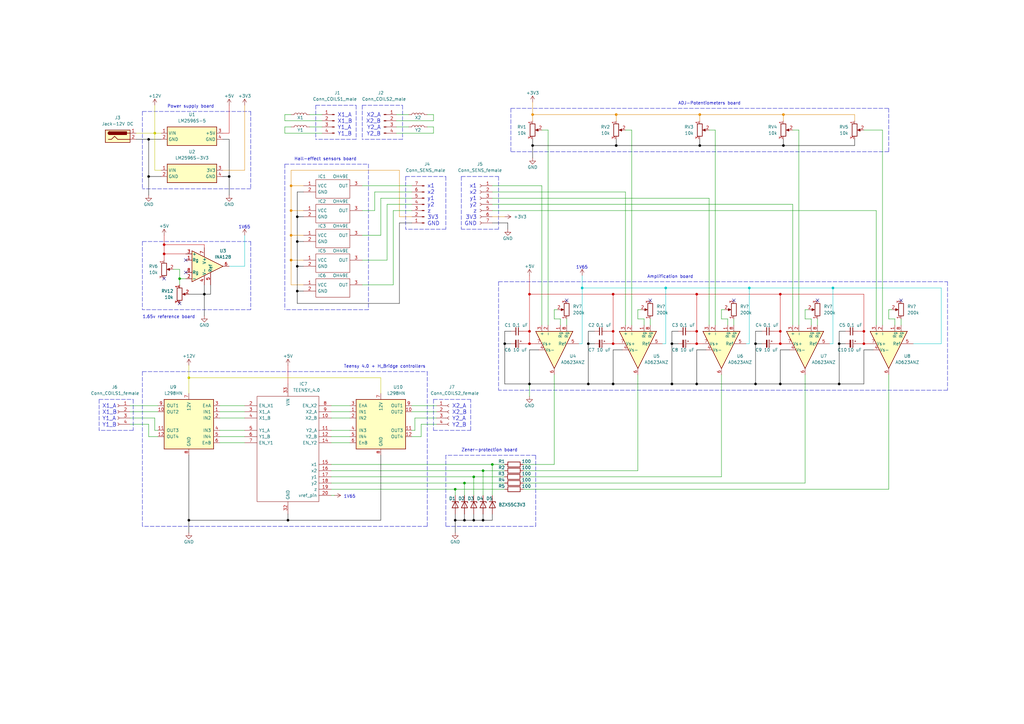
<source format=kicad_sch>
(kicad_sch (version 20211123) (generator eeschema)
  (paper "A3")
  (lib_symbols
    (symbol "Amplifier_Instrumentation:AD623ANZ" (pin_names (offset 0.127))
      (property "Reference" "U?" (at 7.62 -3.81 90))
      (property "Value" "AD623ANZ" (at 17.78 -7.62 90))
      (symbol "AD623ANZ_1_1"
        (pin passive line (at -7.62 2.54 0) (length 2.54) (name "Rg") (number "1"))
        (pin input line (at -7.62 -2.54 0) (length 2.54) (name "-") (number "2"))
        (pin input line (at -7.62 -5.08 0) (length 2.54) (name "+") (number "3"))
        (pin power_in line (at 2.54 -6.35 90) (length 2.54) (name "Vs-") (number "4"))
        (pin passive line (at 0 10.16 270) (length 5.08) (name "Ref") (number "5"))
        (pin output line (at 12.7 0 180) (length 2.54) (name "~") (number "6"))
        (pin power_in line (at 0 -7.62 90) (length 2.54) (name "Vs+") (number "7"))
        (pin passive line (at -7.62 5.08 0) (length 2.54) (name "Rg") (number "8"))
      )
    )
    (symbol "Amplifier_Instrumentation:INA128" (pin_names (offset 0.127))
      (property "Reference" "U" (at 3.81 3.175 0))
      (property "Value" "INA128" (at 3.81 -3.175 0))
      (symbol "INA128_1_1"
        (pin passive line (at -7.62 2.54 0) (length 2.54) (name "Rg") (number "1"))
        (pin input line (at -7.62 -5.08 0) (length 2.54) (name "-") (number "2"))
        (pin input line (at -7.62 5.08 0) (length 2.54) (name "+") (number "3"))
        (pin power_in line (at 0 -7.62 90) (length 3.81) (name "V-") (number "4"))
        (pin input line (at 2.54 -7.62 90) (length 5.08) (name "Ref") (number "5"))
        (pin output line (at 10.16 0 180) (length 2.54) (name "~") (number "6"))
        (pin power_in line (at 0 7.62 270) (length 3.81) (name "V+") (number "7"))
        (pin passive line (at -7.62 -2.54 0) (length 2.54) (name "Rg") (number "8"))
      )
    )
    (symbol "Connector:Conn_01x04_Female" (pin_names (offset 1.016) hide)
      (property "Reference" "J" (at 0 5.08 0))
      (property "Value" "Conn_01x04_Female" (at 0 -7.62 0))
      (symbol "Conn_01x04_Female_1_1"
        (pin passive line (at -5.08 2.54 0) (length 3.81) (name "Pin_1") (number "1"))
        (pin passive line (at -5.08 0 0) (length 3.81) (name "Pin_2") (number "2"))
        (pin passive line (at -5.08 -2.54 0) (length 3.81) (name "Pin_3") (number "3"))
        (pin passive line (at -5.08 -5.08 0) (length 3.81) (name "Pin_4") (number "4"))
      )
    )
    (symbol "Connector:Conn_01x04_Male" (pin_names (offset 1.016) hide)
      (property "Reference" "J" (at 0 5.08 0))
      (property "Value" "Conn_01x04_Male" (at 0 -7.62 0))
      (symbol "Conn_01x04_Male_1_1"
        (pin passive line (at 5.08 2.54 180) (length 3.81) (name "Pin_1") (number "1"))
        (pin passive line (at 5.08 0 180) (length 3.81) (name "Pin_2") (number "2"))
        (pin passive line (at 5.08 -2.54 180) (length 3.81) (name "Pin_3") (number "3"))
        (pin passive line (at 5.08 -5.08 180) (length 3.81) (name "Pin_4") (number "4"))
      )
    )
    (symbol "Connector:Conn_01x07_Female" (pin_names (offset 1.016) hide)
      (property "Reference" "J" (at 0 10.16 0))
      (property "Value" "Conn_01x07_Female" (at 0 -10.16 0))
      (symbol "Conn_01x07_Female_1_1"
        (pin passive line (at -5.08 7.62 0) (length 3.81) (name "Pin_1") (number "1"))
        (pin passive line (at -5.08 5.08 0) (length 3.81) (name "Pin_2") (number "2"))
        (pin passive line (at -5.08 2.54 0) (length 3.81) (name "Pin_3") (number "3"))
        (pin passive line (at -5.08 0 0) (length 3.81) (name "Pin_4") (number "4"))
        (pin passive line (at -5.08 -2.54 0) (length 3.81) (name "Pin_5") (number "5"))
        (pin passive line (at -5.08 -5.08 0) (length 3.81) (name "Pin_6") (number "6"))
        (pin passive line (at -5.08 -7.62 0) (length 3.81) (name "Pin_7") (number "7"))
      )
    )
    (symbol "Connector:Conn_01x07_Male" (pin_names (offset 1.016) hide)
      (property "Reference" "J" (at 0 10.16 0))
      (property "Value" "Conn_01x07_Male" (at 0 -10.16 0))
      (symbol "Conn_01x07_Male_1_1"
        (pin passive line (at 5.08 7.62 180) (length 3.81) (name "Pin_1") (number "1"))
        (pin passive line (at 5.08 5.08 180) (length 3.81) (name "Pin_2") (number "2"))
        (pin passive line (at 5.08 2.54 180) (length 3.81) (name "Pin_3") (number "3"))
        (pin passive line (at 5.08 0 180) (length 3.81) (name "Pin_4") (number "4"))
        (pin passive line (at 5.08 -2.54 180) (length 3.81) (name "Pin_5") (number "5"))
        (pin passive line (at 5.08 -5.08 180) (length 3.81) (name "Pin_6") (number "6"))
        (pin passive line (at 5.08 -7.62 180) (length 3.81) (name "Pin_7") (number "7"))
      )
    )
    (symbol "Connector:Jack-DC" (pin_names (offset 1.016))
      (property "Reference" "J?" (at 0 8.89 0))
      (property "Value" "Jack-12V DC" (at 0 6.35 0))
      (symbol "Jack-DC_1_1"
        (pin passive line (at 7.62 2.54 180) (length 2.54) (name "~") (number "1"))
        (pin passive line (at 7.62 0 180) (length 2.54) (name "~") (number "2"))
      )
    )
    (symbol "Device:C_Polarized_Small" (pin_numbers hide) (pin_names (offset 0.254) hide)
      (property "Reference" "C" (at 0.254 1.778 0))
      (property "Value" "C_Polarized_Small" (at 0.254 -2.032 0))
      (symbol "C_Polarized_Small_1_1"
        (pin passive line (at 0 2.54 270) (length 1.8542) (name "~") (number "1"))
        (pin passive line (at 0 -2.54 90) (length 1.8542) (name "~") (number "2"))
      )
    )
    (symbol "Device:C_Small" (pin_numbers hide) (pin_names (offset 0.254) hide)
      (property "Reference" "C" (at 0.254 1.778 0))
      (property "Value" "C_Small" (at 0.254 -2.032 0))
      (symbol "C_Small_1_1"
        (pin passive line (at 0 2.54 270) (length 2.032) (name "~") (number "1"))
        (pin passive line (at 0 -2.54 90) (length 2.032) (name "~") (number "2"))
      )
    )
    (symbol "Device:D_Zener" (pin_numbers hide) (pin_names (offset 1.016) hide)
      (property "Reference" "D" (at 0 2.54 0))
      (property "Value" "D_Zener" (at 0 -2.54 0))
      (symbol "D_Zener_1_1"
        (pin passive line (at -3.81 0 0) (length 2.54) (name "K") (number "1"))
        (pin passive line (at 3.81 0 180) (length 2.54) (name "A") (number "2"))
      )
    )
    (symbol "Device:L" (pin_numbers hide) (pin_names (offset 1.016) hide)
      (property "Reference" "L" (at -1.27 0 90))
      (property "Value" "L" (at 1.905 0 90))
      (symbol "L_1_1"
        (pin passive line (at 0 3.81 270) (length 1.27) (name "1") (number "1"))
        (pin passive line (at 0 -3.81 90) (length 1.27) (name "2") (number "2"))
      )
    )
    (symbol "Device:R" (pin_numbers hide) (pin_names (offset 0))
      (property "Reference" "R" (at 2.032 0 90))
      (property "Value" "R" (at 0 0 90))
      (symbol "R_1_1"
        (pin passive line (at 0 3.81 270) (length 1.27) (name "~") (number "1"))
        (pin passive line (at 0 -3.81 90) (length 1.27) (name "~") (number "2"))
      )
    )
    (symbol "Device:R_Potentiometer" (pin_names (offset 1.016) hide)
      (property "Reference" "RV" (at -4.445 0 90))
      (property "Value" "R_Potentiometer" (at -2.54 0 90))
      (symbol "R_Potentiometer_1_1"
        (pin passive line (at 0 3.81 270) (length 1.27) (name "1") (number "1"))
        (pin passive line (at 3.81 0 180) (length 1.27) (name "2") (number "2"))
        (pin passive line (at 0 -3.81 90) (length 1.27) (name "3") (number "3"))
      )
    )
    (symbol "Driver_Motor:L298HN" (pin_names (offset 1.016))
      (property "Reference" "U?" (at 2.54 20.32 0))
      (property "Value" "L298HN" (at 0 17.78 0))
      (symbol "L298HN_1_1"
        (pin input line (at -15.24 10.16 0) (length 2.54) (name "IN1") (number "1"))
        (pin output line (at 10.16 10.16 180) (length 2.54) (name "OUT2") (number "10"))
        (pin output line (at 10.16 2.54 180) (length 2.54) (name "OUT3") (number "11"))
        (pin output line (at 10.16 0 180) (length 2.54) (name "OUT4") (number "12"))
        (pin input line (at -15.24 7.62 0) (length 2.54) (name "IN2") (number "2"))
        (pin input line (at -15.24 12.7 0) (length 2.54) (name "EnA") (number "3"))
        (pin input line (at -15.24 2.54 0) (length 2.54) (name "IN3") (number "4"))
        (pin input line (at -15.24 0 0) (length 2.54) (name "IN4") (number "5"))
        (pin input line (at -15.24 -2.54 0) (length 2.54) (name "EnB") (number "6"))
        (pin power_in line (at -2.54 17.78 270) (length 2.54) (name "12V") (number "7"))
        (pin power_in line (at -2.54 -7.62 90) (length 2.54) (name "GND") (number "8"))
        (pin output line (at 10.16 12.7 180) (length 2.54) (name "OUT1") (number "9"))
      )
    )
    (symbol "LM2596S-5_1"
      (property "Reference" "U?" (at 0 10.16 0))
      (property "Value" "LM2596S-3V3" (at 0 7.62 0))
      (symbol "LM2596S-5_1_1_1"
        (pin power_in line (at -12.7 2.54 0) (length 2.54) (name "VIN") (number "1"))
        (pin power_in line (at -12.7 0 0) (length 2.54) (name "GND") (number "2"))
        (pin power_out line (at 12.7 2.54 180) (length 2.54) (name "3V3") (number "3"))
        (pin power_out line (at 12.7 0 180) (length 2.54) (name "GND") (number "4"))
      )
    )
    (symbol "OH49E_1" (pin_names (offset 0.762))
      (property "Reference" "IC?" (at 5.08 -1.27 0))
      (property "Value" "OH49E_1" (at 5.08 -3.81 0))
      (symbol "OH49E_1_0_0"
        (pin passive line (at 5.08 1.27 0) (length 5.08) (name "VCC") (number "1"))
        (pin passive line (at 5.08 -1.27 0) (length 5.08) (name "GND") (number "2"))
        (pin passive line (at 29.21 1.27 180) (length 5.08) (name "OUT") (number "3"))
      )
    )
    (symbol "Regulator_Switching:LM2596S-5"
      (property "Reference" "U?" (at 0 -5.08 0))
      (property "Value" "LM2596S-5" (at 0 -7.62 0))
      (symbol "LM2596S-5_1_1"
        (pin power_in line (at -12.7 1.27 0) (length 2.54) (name "VIN") (number "1"))
        (pin power_in line (at -12.7 -1.27 0) (length 2.54) (name "GND") (number "2"))
        (pin power_out line (at 12.7 1.27 180) (length 2.54) (name "+5V") (number "3"))
        (pin power_out line (at 12.7 -1.27 180) (length 2.54) (name "GND") (number "4"))
      )
    )
    (symbol "personali:TEENSY_4.0" (pin_names (offset 0.762))
      (property "Reference" "IC7" (at 6.35 21.59 0))
      (property "Value" "TEENSY_4.0" (at 7.62 19.05 0))
      (symbol "TEENSY_4.0_0_0"
        (pin passive line (at 17.78 7.62 180) (length 5.08) (name "X2_B") (number "10"))
        (pin passive line (at 17.78 2.54 180) (length 5.08) (name "Y2_A") (number "11"))
        (pin passive line (at 17.78 0 180) (length 5.08) (name "Y2_B") (number "12"))
        (pin passive line (at 17.78 -2.54 180) (length 5.08) (name "EN_Y2") (number "14"))
        (pin passive line (at 17.78 -11.43 180) (length 5.08) (name "x1") (number "15"))
        (pin passive line (at 17.78 -13.97 180) (length 5.08) (name "x2") (number "16"))
        (pin passive line (at 17.78 -16.51 180) (length 5.08) (name "y1") (number "17"))
        (pin passive line (at 17.78 -19.05 180) (length 5.08) (name "y2") (number "18"))
        (pin passive line (at 17.78 -21.59 180) (length 5.08) (name "z") (number "19"))
        (pin passive line (at -17.78 12.7 0) (length 5.08) (name "EN_X1") (number "2"))
        (pin passive line (at 17.78 -24.13 180) (length 5.08) (name "vref_pin") (number "20"))
        (pin passive line (at -17.78 10.16 0) (length 5.08) (name "X1_A") (number "3"))
        (pin passive line (at 0 -31.75 90) (length 5.08) (name "GND") (number "32"))
        (pin passive line (at 0 21.59 270) (length 5.08) (name "VIN") (number "33"))
        (pin passive line (at -17.78 7.62 0) (length 5.08) (name "X1_B") (number "4"))
        (pin passive line (at -17.78 2.54 0) (length 5.08) (name "Y1_A") (number "5"))
        (pin passive line (at -17.78 0 0) (length 5.08) (name "Y1_B") (number "6"))
        (pin passive line (at -17.78 -2.54 0) (length 5.08) (name "EN_Y1") (number "7"))
        (pin passive line (at 17.78 12.7 180) (length 5.08) (name "EN_X2") (number "8"))
        (pin passive line (at 17.78 10.16 180) (length 5.08) (name "X2_A") (number "9"))
      )
    )
    (symbol "power:+12V" (power) (pin_names (offset 0))
      (property "Value" "+12V" (at 0 3.556 0))
      (symbol "+12V_1_1"
        (pin power_in line (at 0 0 90) (length 0) hide (name "+12V") (number "1"))
      )
    )
    (symbol "power:+3V3" (power) (pin_names (offset 0))
      (property "Value" "+3V3" (at 0 3.556 0))
      (symbol "+3V3_1_1"
        (pin power_in line (at 0 0 90) (length 0) hide (name "+3V3") (number "1"))
      )
    )
    (symbol "power:+5V" (power) (pin_names (offset 0))
      (property "Value" "+5V" (at 0 3.556 0))
      (symbol "+5V_1_1"
        (pin power_in line (at 0 0 90) (length 0) hide (name "+5V") (number "1"))
      )
    )
    (symbol "power:GND" (power) (pin_names (offset 0))
      (property "Value" "GND" (at 0 -3.81 0))
      (symbol "GND_1_1"
        (pin power_in line (at 0 0 270) (length 0) hide (name "GND") (number "1"))
      )
    )
    (symbol "power:VDD" (power) (pin_numbers hide) (pin_names (offset 0) hide)
      (property "Value" "VDD" (at 0 3.81 0))
      (symbol "VDD_1_1"
        (pin power_in line (at 0 0 90) (length 0) hide (name "VDD") (number "1"))
      )
    )
  )
  (junction (at 309.88 157.48) (color 0 0 0 1))
  (junction (at 121.92 88.9) (color 0 0 0 1))
  (junction (at 321.31 59.69) (color 0 0 0 1))
  (junction (at 218.44 59.69) (color 0 0 0 1))
  (junction (at 344.17 140.97) (color 0 0 0 1))
  (junction (at 275.59 157.48) (color 0 0 0 1))
  (junction (at 273.05 118.11) (color 0 194 194 1))
  (junction (at 241.3 157.48) (color 0 0 0 1))
  (junction (at 285.75 120.65) (color 194 0 0 1))
  (junction (at 186.69 200.66))
  (junction (at 217.17 135.89) (color 194 0 0 1))
  (junction (at 287.02 59.69) (color 0 0 0 1))
  (junction (at 285.75 140.97) (color 194 0 0 1))
  (junction (at 63.5 54.61) (color 194 194 0 1))
  (junction (at 354.33 135.89) (color 194 0 0 1))
  (junction (at 309.88 140.97) (color 0 0 0 1))
  (junction (at 119.38 106.68) (color 221 133 0 1))
  (junction (at 190.5 213.36) (color 0 0 0 1))
  (junction (at 307.34 118.11) (color 0 194 194 1))
  (junction (at 218.44 46.99) (color 221 133 0 1))
  (junction (at 275.59 140.97) (color 0 0 0 1))
  (junction (at 217.17 140.97) (color 194 0 0 1))
  (junction (at 201.93 190.5))
  (junction (at 251.46 135.89) (color 194 0 0 1))
  (junction (at 320.04 135.89) (color 194 0 0 1))
  (junction (at 83.82 120.65) (color 0 0 0 1))
  (junction (at 93.98 72.39) (color 0 0 0 1))
  (junction (at 77.47 213.36) (color 0 0 0 1))
  (junction (at 217.17 157.48) (color 0 0 0 1))
  (junction (at 238.76 118.11) (color 0 194 194 1))
  (junction (at 198.12 213.36) (color 0 0 0 1))
  (junction (at 194.31 195.58))
  (junction (at 119.38 86.36) (color 221 133 0 1))
  (junction (at 252.73 59.69) (color 0 0 0 1))
  (junction (at 198.12 193.04))
  (junction (at 194.31 213.36) (color 0 0 0 1))
  (junction (at 60.96 72.39) (color 0 0 0 1))
  (junction (at 320.04 157.48) (color 0 0 0 1))
  (junction (at 77.47 154.94) (color 194 194 0 1))
  (junction (at 251.46 157.48) (color 0 0 0 1))
  (junction (at 67.31 104.14) (color 194 0 0 1))
  (junction (at 287.02 46.99) (color 221 133 0 1))
  (junction (at 186.69 213.36) (color 0 0 0 1))
  (junction (at 121.92 99.06) (color 0 0 0 1))
  (junction (at 217.17 120.65) (color 194 0 0 1))
  (junction (at 121.92 119.38) (color 0 0 0 1))
  (junction (at 207.01 140.97) (color 0 0 0 1))
  (junction (at 285.75 135.89) (color 194 0 0 1))
  (junction (at 119.38 96.52) (color 221 133 0 1))
  (junction (at 251.46 140.97) (color 194 0 0 1))
  (junction (at 354.33 140.97) (color 194 0 0 1))
  (junction (at 60.96 57.15) (color 0 0 0 1))
  (junction (at 121.92 109.22) (color 0 0 0 1))
  (junction (at 119.38 76.2) (color 221 133 0 1))
  (junction (at 321.31 46.99) (color 221 133 0 1))
  (junction (at 241.3 140.97) (color 0 0 0 1))
  (junction (at 73.66 114.3))
  (junction (at 341.63 118.11) (color 0 194 194 1))
  (junction (at 285.75 157.48) (color 0 0 0 1))
  (junction (at 190.5 198.12))
  (junction (at 320.04 120.65) (color 194 0 0 1))
  (junction (at 251.46 120.65) (color 194 0 0 1))
  (junction (at 320.04 140.97) (color 194 0 0 1))
  (junction (at 118.11 213.36) (color 0 0 0 1))
  (junction (at 344.17 157.48) (color 0 0 0 1))
  (junction (at 252.73 46.99) (color 221 133 0 1))
  (junction (at 67.31 100.33) (color 194 0 0 1))
  (no_connect (at 335.28 123.19))
  (no_connect (at 73.66 124.46))
  (no_connect (at 67.31 114.3))
  (no_connect (at 266.7 123.19))
  (no_connect (at 369.57 123.19))
  (no_connect (at 300.99 123.19))
  (no_connect (at 232.41 123.19))
  (no_connect (at 76.2 111.76))
  (no_connect (at 76.2 106.68))
  (wire (pts (xy 327.66 133.35) (xy 327.66 53.34)))
  (wire (pts (xy 100.33 166.37) (xy 90.17 166.37)))
  (wire (pts (xy 63.5 171.45) (xy 53.34 171.45)))
  (polyline (pts (xy 102.87 45.72) (xy 102.87 77.47)))
  (wire (pts (xy 93.98 57.15) (xy 93.98 72.39)) (stroke (width 0) (color 0 0 0 1)))
  (wire (pts (xy 190.5 210.82) (xy 190.5 213.36)) (stroke (width 0) (color 0 0 0 1)))
  (wire (pts (xy 330.2 130.81) (xy 332.74 130.81)))
  (wire (pts (xy 264.16 133.35) (xy 264.16 130.81)))
  (polyline (pts (xy 40.64 163.83) (xy 40.64 176.53)))
  (wire (pts (xy 256.54 53.34) (xy 259.08 53.34)))
  (wire (pts (xy 290.83 53.34) (xy 293.37 53.34)))
  (wire (pts (xy 73.66 110.49) (xy 71.12 110.49)))
  (wire (pts (xy 153.67 78.74) (xy 168.91 78.74)))
  (wire (pts (xy 252.73 49.53) (xy 252.73 46.99)) (stroke (width 0) (color 221 133 0 1)))
  (wire (pts (xy 67.31 100.33) (xy 83.82 100.33)) (stroke (width 0) (color 194 0 0 1)))
  (wire (pts (xy 168.91 83.82) (xy 158.75 83.82)))
  (wire (pts (xy 254 140.97) (xy 251.46 140.97)) (stroke (width 0) (color 194 0 0 1)))
  (wire (pts (xy 198.12 213.36) (xy 194.31 213.36)) (stroke (width 0) (color 0 0 0 1)))
  (wire (pts (xy 229.87 130.81) (xy 229.87 133.35)))
  (wire (pts (xy 124.46 78.74) (xy 121.92 78.74)) (stroke (width 0) (color 0 0 0 1)))
  (wire (pts (xy 351.79 140.97) (xy 354.33 140.97)) (stroke (width 0) (color 194 0 0 1)))
  (wire (pts (xy 93.98 43.18) (xy 93.98 54.61)) (stroke (width 0) (color 194 0 0 1)))
  (wire (pts (xy 116.84 54.61) (xy 116.84 52.07)))
  (wire (pts (xy 194.31 210.82) (xy 194.31 213.36)) (stroke (width 0) (color 0 0 0 1)))
  (wire (pts (xy 201.93 190.5) (xy 201.93 203.2)))
  (wire (pts (xy 344.17 140.97) (xy 346.71 140.97)) (stroke (width 0) (color 0 0 0 1)))
  (wire (pts (xy 121.92 99.06) (xy 121.92 109.22)) (stroke (width 0) (color 0 0 0 1)))
  (wire (pts (xy 201.93 213.36) (xy 198.12 213.36)) (stroke (width 0) (color 0 0 0 1)))
  (wire (pts (xy 256.54 78.74) (xy 201.93 78.74)))
  (wire (pts (xy 179.07 168.91) (xy 168.91 168.91)))
  (polyline (pts (xy 146.05 43.18) (xy 146.05 57.15)))
  (wire (pts (xy 124.46 106.68) (xy 119.38 106.68)) (stroke (width 0) (color 221 133 0 1)))
  (polyline (pts (xy 189.23 72.39) (xy 189.23 93.98)))
  (polyline (pts (xy 219.71 186.69) (xy 182.88 186.69)))
  (wire (pts (xy 119.38 76.2) (xy 124.46 76.2)) (stroke (width 0) (color 221 133 0 1)))
  (wire (pts (xy 293.37 53.34) (xy 293.37 133.35)))
  (wire (pts (xy 63.5 43.18) (xy 63.5 54.61)) (stroke (width 0) (color 194 194 0 1)))
  (wire (pts (xy 201.93 210.82) (xy 201.93 213.36)) (stroke (width 0) (color 0 0 0 1)))
  (wire (pts (xy 287.02 59.69) (xy 321.31 59.69)) (stroke (width 0) (color 0 0 0 1)))
  (polyline (pts (xy 219.71 215.9) (xy 219.71 186.69)))
  (wire (pts (xy 273.05 118.11) (xy 273.05 140.97)) (stroke (width 0) (color 0 194 194 1)))
  (wire (pts (xy 66.04 72.39) (xy 60.96 72.39)) (stroke (width 0) (color 0 0 0 1)))
  (polyline (pts (xy 102.87 77.47) (xy 58.42 77.47)))
  (polyline (pts (xy 165.1 43.18) (xy 165.1 57.15)))
  (wire (pts (xy 369.57 130.81) (xy 369.57 133.35)))
  (wire (pts (xy 320.04 143.51) (xy 320.04 157.48)) (stroke (width 0) (color 0 0 0 1)))
  (wire (pts (xy 91.44 57.15) (xy 93.98 57.15)) (stroke (width 0) (color 0 0 0 1)))
  (wire (pts (xy 218.44 41.91) (xy 218.44 46.99)) (stroke (width 0) (color 221 133 0 1)))
  (wire (pts (xy 217.17 113.03) (xy 217.17 120.65)) (stroke (width 0) (color 194 0 0 1)))
  (wire (pts (xy 179.07 166.37) (xy 168.91 166.37)))
  (wire (pts (xy 67.31 104.14) (xy 67.31 106.68)) (stroke (width 0) (color 194 0 0 1)))
  (polyline (pts (xy 102.87 127) (xy 58.42 127)))
  (wire (pts (xy 201.93 91.44) (xy 208.28 91.44)) (stroke (width 0) (color 0 0 0 1)))
  (wire (pts (xy 135.89 195.58) (xy 194.31 195.58)))
  (wire (pts (xy 201.93 190.5) (xy 207.01 190.5)))
  (polyline (pts (xy 102.87 99.06) (xy 102.87 127)))
  (wire (pts (xy 168.91 88.9) (xy 163.83 88.9)) (stroke (width 0) (color 221 133 0 1)))
  (wire (pts (xy 290.83 81.28) (xy 290.83 133.35)))
  (wire (pts (xy 198.12 210.82) (xy 198.12 213.36)) (stroke (width 0) (color 0 0 0 1)))
  (wire (pts (xy 124.46 86.36) (xy 119.38 86.36)) (stroke (width 0) (color 221 133 0 1)))
  (wire (pts (xy 119.38 86.36) (xy 119.38 76.2)) (stroke (width 0) (color 221 133 0 1)))
  (wire (pts (xy 190.5 198.12) (xy 190.5 203.2)))
  (wire (pts (xy 177.8 52.07) (xy 175.26 52.07)))
  (wire (pts (xy 241.3 140.97) (xy 241.3 157.48)) (stroke (width 0) (color 0 0 0 1)))
  (polyline (pts (xy 177.8 163.83) (xy 193.04 163.83)))
  (polyline (pts (xy 182.88 215.9) (xy 219.71 215.9)))
  (wire (pts (xy 186.69 210.82) (xy 186.69 213.36)) (stroke (width 0) (color 0 0 0 1)))
  (wire (pts (xy 64.77 179.07) (xy 60.96 179.07)))
  (wire (pts (xy 241.3 140.97) (xy 243.84 140.97)) (stroke (width 0) (color 0 0 0 1)))
  (wire (pts (xy 227.33 130.81) (xy 229.87 130.81)))
  (wire (pts (xy 251.46 157.48) (xy 275.59 157.48)) (stroke (width 0) (color 0 0 0 1)))
  (wire (pts (xy 201.93 86.36) (xy 359.41 86.36)))
  (wire (pts (xy 100.33 176.53) (xy 90.17 176.53)))
  (polyline (pts (xy 151.13 127) (xy 116.84 127)))
  (wire (pts (xy 53.34 166.37) (xy 64.77 166.37)))
  (wire (pts (xy 100.33 179.07) (xy 90.17 179.07)))
  (wire (pts (xy 217.17 157.48) (xy 207.01 157.48)) (stroke (width 0) (color 0 0 0 1)))
  (wire (pts (xy 132.08 46.99) (xy 127 46.99)))
  (wire (pts (xy 100.33 181.61) (xy 90.17 181.61)))
  (wire (pts (xy 162.56 46.99) (xy 167.64 46.99)))
  (wire (pts (xy 163.83 91.44) (xy 163.83 124.46)) (stroke (width 0) (color 0 0 0 1)))
  (wire (pts (xy 63.5 54.61) (xy 66.04 54.61)) (stroke (width 0) (color 194 194 0 1)))
  (wire (pts (xy 218.44 46.99) (xy 218.44 49.53)) (stroke (width 0) (color 221 133 0 1)))
  (wire (pts (xy 121.92 124.46) (xy 121.92 119.38)) (stroke (width 0) (color 0 0 0 1)))
  (wire (pts (xy 344.17 157.48) (xy 354.33 157.48)) (stroke (width 0) (color 0 0 0 1)))
  (wire (pts (xy 214.63 135.89) (xy 217.17 135.89)) (stroke (width 0) (color 194 0 0 1)))
  (polyline (pts (xy 165.1 57.15) (xy 148.59 57.15)))
  (wire (pts (xy 354.33 53.34) (xy 361.95 53.34)))
  (wire (pts (xy 317.5 135.89) (xy 320.04 135.89)) (stroke (width 0) (color 194 0 0 1)))
  (polyline (pts (xy 40.64 163.83) (xy 54.61 163.83)))
  (polyline (pts (xy 58.42 152.4) (xy 175.26 152.4)))
  (wire (pts (xy 350.52 57.15) (xy 350.52 59.69)) (stroke (width 0) (color 0 0 0 1)))
  (wire (pts (xy 238.76 118.11) (xy 273.05 118.11)) (stroke (width 0) (color 0 194 194 1)))
  (wire (pts (xy 285.75 157.48) (xy 309.88 157.48)) (stroke (width 0) (color 0 0 0 1)))
  (polyline (pts (xy 58.42 45.72) (xy 58.42 77.47)))
  (polyline (pts (xy 129.54 43.18) (xy 129.54 57.15)))
  (wire (pts (xy 209.55 135.89) (xy 207.01 135.89)) (stroke (width 0) (color 0 0 0 1)))
  (wire (pts (xy 361.95 53.34) (xy 361.95 133.35)))
  (wire (pts (xy 312.42 135.89) (xy 309.88 135.89)) (stroke (width 0) (color 0 0 0 1)))
  (wire (pts (xy 207.01 135.89) (xy 207.01 140.97)) (stroke (width 0) (color 0 0 0 1)))
  (wire (pts (xy 135.89 176.53) (xy 143.51 176.53)))
  (wire (pts (xy 252.73 46.99) (xy 218.44 46.99)) (stroke (width 0) (color 221 133 0 1)))
  (wire (pts (xy 261.62 193.04) (xy 261.62 153.67)))
  (wire (pts (xy 121.92 109.22) (xy 121.92 119.38)) (stroke (width 0) (color 0 0 0 1)))
  (wire (pts (xy 60.96 72.39) (xy 60.96 57.15)) (stroke (width 0) (color 0 0 0 1)))
  (wire (pts (xy 321.31 46.99) (xy 350.52 46.99)) (stroke (width 0) (color 221 133 0 1)))
  (wire (pts (xy 190.5 198.12) (xy 207.0032 198.12)))
  (wire (pts (xy 323.85 143.51) (xy 320.04 143.51)) (stroke (width 0) (color 0 0 0 1)))
  (wire (pts (xy 320.04 135.89) (xy 320.04 120.65)) (stroke (width 0) (color 194 0 0 1)))
  (wire (pts (xy 214.63 190.5) (xy 227.33 190.5)))
  (polyline (pts (xy 177.8 163.83) (xy 177.8 176.53)))
  (wire (pts (xy 163.83 124.46) (xy 121.92 124.46)) (stroke (width 0) (color 0 0 0 1)))
  (wire (pts (xy 350.52 46.99) (xy 350.52 49.53)) (stroke (width 0) (color 221 133 0 1)))
  (wire (pts (xy 283.21 135.89) (xy 285.75 135.89)) (stroke (width 0) (color 194 0 0 1)))
  (wire (pts (xy 161.29 116.84) (xy 161.29 86.36)))
  (wire (pts (xy 238.76 113.03) (xy 238.76 118.11)) (stroke (width 0) (color 0 194 194 1)))
  (wire (pts (xy 100.33 69.85) (xy 91.44 69.85)) (stroke (width 0) (color 221 133 0 1)))
  (wire (pts (xy 100.33 171.45) (xy 90.17 171.45)))
  (wire (pts (xy 320.04 120.65) (xy 285.75 120.65)) (stroke (width 0) (color 194 0 0 1)))
  (wire (pts (xy 135.89 198.12) (xy 190.5 198.12)))
  (wire (pts (xy 67.31 96.52) (xy 67.31 100.33)) (stroke (width 0) (color 194 0 0 1)))
  (wire (pts (xy 232.41 130.81) (xy 232.41 133.35)))
  (wire (pts (xy 252.73 46.99) (xy 287.02 46.99)) (stroke (width 0) (color 221 133 0 1)))
  (wire (pts (xy 364.49 130.81) (xy 367.03 130.81)))
  (wire (pts (xy 91.44 54.61) (xy 93.98 54.61)) (stroke (width 0) (color 194 0 0 1)))
  (wire (pts (xy 321.31 59.69) (xy 350.52 59.69)) (stroke (width 0) (color 0 0 0 1)))
  (wire (pts (xy 214.6232 198.12) (xy 330.2 198.12)))
  (wire (pts (xy 364.49 127) (xy 365.76 127)))
  (wire (pts (xy 162.56 52.07) (xy 167.64 52.07)))
  (wire (pts (xy 77.47 213.36) (xy 77.47 186.69)) (stroke (width 0) (color 0 0 0 1)))
  (polyline (pts (xy 175.26 215.9) (xy 58.42 215.9)))
  (wire (pts (xy 248.92 140.97) (xy 251.46 140.97)) (stroke (width 0) (color 194 0 0 1)))
  (wire (pts (xy 60.96 57.15) (xy 66.04 57.15)) (stroke (width 0) (color 0 0 0 1)))
  (polyline (pts (xy 182.88 186.69) (xy 182.88 215.9)))
  (wire (pts (xy 309.88 157.48) (xy 320.04 157.48)) (stroke (width 0) (color 0 0 0 1)))
  (wire (pts (xy 214.63 193.04) (xy 261.62 193.04)))
  (wire (pts (xy 238.76 140.97) (xy 238.76 118.11)) (stroke (width 0) (color 0 194 194 1)))
  (wire (pts (xy 320.04 120.65) (xy 354.33 120.65)) (stroke (width 0) (color 194 0 0 1)))
  (wire (pts (xy 201.93 76.2) (xy 222.25 76.2)))
  (wire (pts (xy 252.73 57.15) (xy 252.73 59.69)) (stroke (width 0) (color 0 0 0 1)))
  (wire (pts (xy 207.01 140.97) (xy 209.55 140.97)) (stroke (width 0) (color 0 0 0 1)))
  (wire (pts (xy 67.31 104.14) (xy 76.2 104.14)) (stroke (width 0) (color 194 0 0 1)))
  (wire (pts (xy 119.38 46.99) (xy 116.84 46.99)))
  (wire (pts (xy 83.82 101.6) (xy 83.82 100.33)) (stroke (width 0) (color 194 0 0 1)))
  (polyline (pts (xy 209.55 44.45) (xy 209.55 62.23)))
  (wire (pts (xy 351.79 135.89) (xy 354.33 135.89)) (stroke (width 0) (color 194 0 0 1)))
  (polyline (pts (xy 58.42 99.06) (xy 58.42 127)))
  (wire (pts (xy 275.59 135.89) (xy 275.59 140.97)) (stroke (width 0) (color 0 0 0 1)))
  (wire (pts (xy 53.34 168.91) (xy 64.77 168.91)))
  (wire (pts (xy 309.88 140.97) (xy 312.42 140.97)) (stroke (width 0) (color 0 0 0 1)))
  (polyline (pts (xy 209.55 44.45) (xy 364.49 44.45)))
  (wire (pts (xy 227.33 127) (xy 227.33 130.81)))
  (wire (pts (xy 356.87 140.97) (xy 354.33 140.97)) (stroke (width 0) (color 194 0 0 1)))
  (wire (pts (xy 156.21 186.69) (xy 156.21 213.36)) (stroke (width 0) (color 0 0 0 1)))
  (wire (pts (xy 208.28 93.98) (xy 208.28 91.44)) (stroke (width 0) (color 0 0 0 1)))
  (polyline (pts (xy 148.59 43.18) (xy 165.1 43.18)))
  (wire (pts (xy 266.7 130.81) (xy 266.7 133.35)))
  (polyline (pts (xy 58.42 99.06) (xy 102.87 99.06)))
  (wire (pts (xy 237.49 140.97) (xy 238.76 140.97)) (stroke (width 0) (color 0 194 194 1)))
  (wire (pts (xy 217.17 157.48) (xy 241.3 157.48)) (stroke (width 0) (color 0 0 0 1)))
  (wire (pts (xy 198.12 193.04) (xy 207.01 193.04)))
  (wire (pts (xy 121.92 88.9) (xy 124.46 88.9)) (stroke (width 0) (color 0 0 0 1)))
  (wire (pts (xy 77.47 154.94) (xy 77.47 161.29)) (stroke (width 0) (color 194 194 0 1)))
  (wire (pts (xy 118.11 210.82) (xy 118.11 213.36)) (stroke (width 0) (color 0 0 0 1)))
  (polyline (pts (xy 175.26 152.4) (xy 175.26 215.9)))
  (polyline (pts (xy 54.61 163.83) (xy 54.61 176.53)))
  (wire (pts (xy 298.45 133.35) (xy 298.45 130.81)))
  (wire (pts (xy 364.49 200.66) (xy 364.49 153.67)))
  (wire (pts (xy 243.84 135.89) (xy 241.3 135.89)) (stroke (width 0) (color 0 0 0 1)))
  (wire (pts (xy 222.25 76.2) (xy 222.25 133.35)))
  (wire (pts (xy 55.88 57.15) (xy 60.96 57.15)) (stroke (width 0) (color 0 0 0 1)))
  (wire (pts (xy 119.38 69.85) (xy 119.38 76.2)) (stroke (width 0) (color 221 133 0 1)))
  (wire (pts (xy 340.36 140.97) (xy 341.63 140.97)) (stroke (width 0) (color 0 194 194 1)))
  (wire (pts (xy 137.16 203.2) (xy 135.89 203.2)))
  (wire (pts (xy 217.17 157.48) (xy 217.17 162.56)))
  (wire (pts (xy 358.14 143.51) (xy 354.33 143.51)) (stroke (width 0) (color 0 0 0 1)))
  (wire (pts (xy 116.84 52.07) (xy 119.38 52.07)))
  (wire (pts (xy 186.69 213.36) (xy 186.69 218.44)) (stroke (width 0) (color 0 0 0 1)))
  (wire (pts (xy 248.92 135.89) (xy 251.46 135.89)) (stroke (width 0) (color 194 0 0 1)))
  (wire (pts (xy 148.59 106.68) (xy 158.75 106.68)))
  (wire (pts (xy 359.41 133.35) (xy 359.41 86.36)))
  (wire (pts (xy 354.33 143.51) (xy 354.33 157.48)) (stroke (width 0) (color 0 0 0 1)))
  (wire (pts (xy 100.33 43.18) (xy 100.33 69.85)) (stroke (width 0) (color 221 133 0 1)))
  (wire (pts (xy 121.92 88.9) (xy 121.92 99.06)) (stroke (width 0) (color 0 0 0 1)))
  (wire (pts (xy 135.89 168.91) (xy 143.51 168.91)))
  (wire (pts (xy 271.78 140.97) (xy 273.05 140.97)) (stroke (width 0) (color 0 194 194 1)))
  (wire (pts (xy 218.44 59.69) (xy 218.44 64.77)) (stroke (width 0) (color 0 0 0 1)))
  (wire (pts (xy 121.92 119.38) (xy 124.46 119.38)) (stroke (width 0) (color 0 0 0 1)))
  (wire (pts (xy 287.02 46.99) (xy 287.02 49.53)) (stroke (width 0) (color 221 133 0 1)))
  (wire (pts (xy 116.84 54.61) (xy 132.08 54.61)))
  (wire (pts (xy 186.69 200.66) (xy 207.01 200.66)))
  (wire (pts (xy 60.96 80.01) (xy 60.96 72.39)) (stroke (width 0) (color 0 0 0 1)))
  (wire (pts (xy 295.91 127) (xy 297.18 127)))
  (wire (pts (xy 288.29 140.97) (xy 285.75 140.97)) (stroke (width 0) (color 194 0 0 1)))
  (polyline (pts (xy 58.42 45.72) (xy 102.87 45.72)))
  (polyline (pts (xy 151.13 67.31) (xy 151.13 127)))
  (wire (pts (xy 121.92 78.74) (xy 121.92 88.9)) (stroke (width 0) (color 0 0 0 1)))
  (wire (pts (xy 325.12 53.34) (xy 327.66 53.34)))
  (wire (pts (xy 346.71 135.89) (xy 344.17 135.89)) (stroke (width 0) (color 0 0 0 1)))
  (polyline (pts (xy 148.59 43.18) (xy 148.59 57.15)))
  (wire (pts (xy 278.13 135.89) (xy 275.59 135.89)) (stroke (width 0) (color 0 0 0 1)))
  (wire (pts (xy 241.3 135.89) (xy 241.3 140.97)) (stroke (width 0) (color 0 0 0 1)))
  (wire (pts (xy 172.72 173.99) (xy 179.07 173.99)))
  (wire (pts (xy 201.93 83.82) (xy 325.12 83.82)))
  (wire (pts (xy 148.59 76.2) (xy 168.91 76.2)))
  (wire (pts (xy 354.33 140.97) (xy 354.33 135.89)) (stroke (width 0) (color 194 0 0 1)))
  (wire (pts (xy 135.89 200.66) (xy 186.69 200.66)))
  (wire (pts (xy 93.98 80.01) (xy 93.98 72.39)) (stroke (width 0) (color 0 0 0 1)))
  (polyline (pts (xy 204.47 93.98) (xy 189.23 93.98)))
  (wire (pts (xy 168.91 176.53) (xy 170.18 176.53)))
  (wire (pts (xy 285.75 135.89) (xy 285.75 120.65)) (stroke (width 0) (color 194 0 0 1)))
  (wire (pts (xy 317.5 140.97) (xy 320.04 140.97)) (stroke (width 0) (color 194 0 0 1)))
  (polyline (pts (xy 193.04 176.53) (xy 193.04 163.83)))
  (wire (pts (xy 168.91 91.44) (xy 163.83 91.44)) (stroke (width 0) (color 0 0 0 1)))
  (polyline (pts (xy 364.49 44.45) (xy 364.49 62.23)))
  (wire (pts (xy 325.12 133.35) (xy 325.12 83.82)))
  (wire (pts (xy 218.44 57.15) (xy 218.44 59.69)) (stroke (width 0) (color 0 0 0 1)))
  (polyline (pts (xy 166.37 72.39) (xy 166.37 93.98)))
  (wire (pts (xy 83.82 116.84) (xy 83.82 120.65)) (stroke (width 0) (color 0 0 0 1)))
  (polyline (pts (xy 182.88 72.39) (xy 182.88 93.98)))
  (wire (pts (xy 172.72 179.07) (xy 172.72 173.99)))
  (wire (pts (xy 163.83 69.85) (xy 119.38 69.85)) (stroke (width 0) (color 221 133 0 1)))
  (wire (pts (xy 214.5405 195.58) (xy 295.91 195.58)))
  (wire (pts (xy 252.73 59.69) (xy 218.44 59.69)) (stroke (width 0) (color 0 0 0 1)))
  (wire (pts (xy 153.67 86.36) (xy 153.67 78.74)))
  (wire (pts (xy 275.59 140.97) (xy 275.59 157.48)) (stroke (width 0) (color 0 0 0 1)))
  (wire (pts (xy 295.91 130.81) (xy 295.91 127)))
  (wire (pts (xy 252.73 59.69) (xy 287.02 59.69)) (stroke (width 0) (color 0 0 0 1)))
  (wire (pts (xy 170.18 176.53) (xy 170.18 171.45)))
  (wire (pts (xy 330.2 153.67) (xy 330.2 198.12)))
  (wire (pts (xy 386.08 118.11) (xy 386.08 140.97)) (stroke (width 0) (color 0 194 194 1)))
  (wire (pts (xy 135.89 190.5) (xy 201.93 190.5)))
  (wire (pts (xy 148.59 96.52) (xy 156.21 96.52)))
  (wire (pts (xy 77.47 154.94) (xy 156.21 154.94)) (stroke (width 0) (color 194 194 0 1)))
  (wire (pts (xy 332.74 130.81) (xy 332.74 133.35)))
  (wire (pts (xy 309.88 135.89) (xy 309.88 140.97)) (stroke (width 0) (color 0 0 0 1)))
  (wire (pts (xy 289.56 143.51) (xy 285.75 143.51)) (stroke (width 0) (color 0 0 0 1)))
  (wire (pts (xy 222.25 53.34) (xy 224.79 53.34)))
  (wire (pts (xy 367.03 133.35) (xy 367.03 130.81)))
  (wire (pts (xy 148.59 116.84) (xy 161.29 116.84)))
  (wire (pts (xy 214.63 140.97) (xy 217.17 140.97)) (stroke (width 0) (color 194 0 0 1)))
  (wire (pts (xy 116.84 46.99) (xy 116.84 49.53)))
  (polyline (pts (xy 204.47 115.57) (xy 204.47 160.02)))
  (wire (pts (xy 63.5 54.61) (xy 63.5 69.85)) (stroke (width 0) (color 194 194 0 1)))
  (wire (pts (xy 60.96 179.07) (xy 60.96 173.99)))
  (polyline (pts (xy 189.23 72.39) (xy 204.47 72.39)))
  (wire (pts (xy 177.8 46.99) (xy 177.8 49.53)))
  (wire (pts (xy 63.5 176.53) (xy 63.5 171.45)))
  (wire (pts (xy 73.66 114.3) (xy 73.66 116.84)))
  (wire (pts (xy 241.3 157.48) (xy 251.46 157.48)) (stroke (width 0) (color 0 0 0 1)))
  (wire (pts (xy 259.08 53.34) (xy 259.08 133.35)))
  (polyline (pts (xy 58.42 152.4) (xy 58.42 215.9)))
  (wire (pts (xy 190.5 213.36) (xy 186.69 213.36)) (stroke (width 0) (color 0 0 0 1)))
  (wire (pts (xy 161.29 86.36) (xy 168.91 86.36)))
  (wire (pts (xy 135.89 181.61) (xy 143.51 181.61)))
  (wire (pts (xy 335.28 130.81) (xy 335.28 133.35)))
  (wire (pts (xy 119.38 96.52) (xy 119.38 86.36)) (stroke (width 0) (color 221 133 0 1)))
  (polyline (pts (xy 129.54 43.18) (xy 146.05 43.18)))
  (wire (pts (xy 386.08 140.97) (xy 374.65 140.97)) (stroke (width 0) (color 0 194 194 1)))
  (wire (pts (xy 100.33 96.52) (xy 100.33 109.22)) (stroke (width 0) (color 0 194 194 1)))
  (wire (pts (xy 116.84 49.53) (xy 132.08 49.53)))
  (wire (pts (xy 55.88 54.61) (xy 63.5 54.61)) (stroke (width 0) (color 194 194 0 1)))
  (wire (pts (xy 251.46 135.89) (xy 251.46 120.65)) (stroke (width 0) (color 194 0 0 1)))
  (wire (pts (xy 158.75 83.82) (xy 158.75 106.68)))
  (polyline (pts (xy 146.05 57.15) (xy 129.54 57.15)))
  (wire (pts (xy 77.47 218.44) (xy 77.47 213.36)) (stroke (width 0) (color 0 0 0 1)))
  (wire (pts (xy 321.31 46.99) (xy 321.31 49.53)) (stroke (width 0) (color 221 133 0 1)))
  (wire (pts (xy 341.63 118.11) (xy 341.63 140.97)) (stroke (width 0) (color 0 194 194 1)))
  (wire (pts (xy 295.91 130.81) (xy 298.45 130.81)))
  (wire (pts (xy 228.6 127) (xy 227.33 127)))
  (wire (pts (xy 330.2 127) (xy 330.2 130.81)))
  (wire (pts (xy 177.8 54.61) (xy 177.8 52.07)))
  (wire (pts (xy 285.75 120.65) (xy 251.46 120.65)) (stroke (width 0) (color 194 0 0 1)))
  (polyline (pts (xy 182.88 93.98) (xy 166.37 93.98)))
  (wire (pts (xy 285.75 140.97) (xy 285.75 135.89)) (stroke (width 0) (color 194 0 0 1)))
  (wire (pts (xy 322.58 140.97) (xy 320.04 140.97)) (stroke (width 0) (color 194 0 0 1)))
  (wire (pts (xy 67.31 100.33) (xy 67.31 104.14)) (stroke (width 0) (color 194 0 0 1)))
  (wire (pts (xy 76.2 114.3) (xy 73.66 114.3)))
  (wire (pts (xy 119.38 116.84) (xy 119.38 106.68)) (stroke (width 0) (color 221 133 0 1)))
  (wire (pts (xy 364.49 130.81) (xy 364.49 127)))
  (wire (pts (xy 118.11 213.36) (xy 156.21 213.36)) (stroke (width 0) (color 0 0 0 1)))
  (polyline (pts (xy 166.37 72.39) (xy 182.88 72.39)))
  (wire (pts (xy 77.47 213.36) (xy 118.11 213.36)) (stroke (width 0) (color 0 0 0 1)))
  (wire (pts (xy 86.36 116.84) (xy 86.36 120.65)) (stroke (width 0) (color 0 0 0 1)))
  (wire (pts (xy 341.63 118.11) (xy 386.08 118.11)) (stroke (width 0) (color 0 194 194 1)))
  (wire (pts (xy 198.12 193.04) (xy 198.12 203.2)))
  (wire (pts (xy 194.31 195.58) (xy 206.9205 195.58)))
  (wire (pts (xy 321.31 57.15) (xy 321.31 59.69)) (stroke (width 0) (color 0 0 0 1)))
  (wire (pts (xy 118.11 149.86) (xy 118.11 157.48)) (stroke (width 0) (color 194 0 0 1)))
  (wire (pts (xy 217.17 135.89) (xy 217.17 140.97)) (stroke (width 0) (color 194 0 0 1)))
  (wire (pts (xy 135.89 179.07) (xy 143.51 179.07)))
  (wire (pts (xy 91.44 72.39) (xy 93.98 72.39)) (stroke (width 0) (color 0 0 0 1)))
  (wire (pts (xy 307.34 118.11) (xy 307.34 140.97)) (stroke (width 0) (color 0 194 194 1)))
  (wire (pts (xy 100.33 168.91) (xy 90.17 168.91)))
  (wire (pts (xy 344.17 140.97) (xy 344.17 157.48)) (stroke (width 0) (color 0 0 0 1)))
  (polyline (pts (xy 54.61 176.53) (xy 40.64 176.53)))
  (wire (pts (xy 201.93 81.28) (xy 290.83 81.28)))
  (wire (pts (xy 60.96 173.99) (xy 53.34 173.99)))
  (wire (pts (xy 261.62 130.81) (xy 264.16 130.81)))
  (wire (pts (xy 295.91 195.58) (xy 295.91 153.67)))
  (wire (pts (xy 285.75 143.51) (xy 285.75 157.48)) (stroke (width 0) (color 0 0 0 1)))
  (wire (pts (xy 320.04 157.48) (xy 344.17 157.48)) (stroke (width 0) (color 0 0 0 1)))
  (wire (pts (xy 207.01 88.9) (xy 201.93 88.9)) (stroke (width 0) (color 221 133 0 1)))
  (wire (pts (xy 124.46 96.52) (xy 119.38 96.52)) (stroke (width 0) (color 221 133 0 1)))
  (wire (pts (xy 186.69 200.66) (xy 186.69 203.2)))
  (wire (pts (xy 217.17 120.65) (xy 251.46 120.65)) (stroke (width 0) (color 194 0 0 1)))
  (wire (pts (xy 100.33 109.22) (xy 93.98 109.22)) (stroke (width 0) (color 0 194 194 1)))
  (wire (pts (xy 331.47 127) (xy 330.2 127)))
  (wire (pts (xy 320.04 140.97) (xy 320.04 135.89)) (stroke (width 0) (color 194 0 0 1)))
  (polyline (pts (xy 364.49 62.23) (xy 209.55 62.23)))
  (wire (pts (xy 344.17 135.89) (xy 344.17 140.97)) (stroke (width 0) (color 0 0 0 1)))
  (polyline (pts (xy 388.62 115.57) (xy 388.62 160.02)))
  (wire (pts (xy 77.47 120.65) (xy 83.82 120.65)) (stroke (width 0) (color 0 0 0 1)))
  (polyline (pts (xy 204.47 72.39) (xy 204.47 93.98)))
  (wire (pts (xy 156.21 96.52) (xy 156.21 81.28)))
  (wire (pts (xy 306.07 140.97) (xy 307.34 140.97)) (stroke (width 0) (color 0 194 194 1)))
  (wire (pts (xy 168.91 179.07) (xy 172.72 179.07)))
  (wire (pts (xy 135.89 193.04) (xy 198.12 193.04)))
  (wire (pts (xy 224.79 53.34) (xy 224.79 133.35)))
  (wire (pts (xy 163.83 88.9) (xy 163.83 69.85)) (stroke (width 0) (color 221 133 0 1)))
  (wire (pts (xy 119.38 106.68) (xy 119.38 96.52)) (stroke (width 0) (color 221 133 0 1)))
  (wire (pts (xy 214.63 200.66) (xy 364.49 200.66)))
  (wire (pts (xy 121.92 99.06) (xy 124.46 99.06)) (stroke (width 0) (color 0 0 0 1)))
  (wire (pts (xy 227.33 153.67) (xy 227.33 190.5)))
  (wire (pts (xy 217.17 143.51) (xy 220.98 143.51)) (stroke (width 0) (color 0 0 0 1)))
  (wire (pts (xy 162.56 54.61) (xy 177.8 54.61)))
  (polyline (pts (xy 177.8 176.53) (xy 193.04 176.53)))
  (polyline (pts (xy 388.62 160.02) (xy 204.47 160.02)))
  (wire (pts (xy 251.46 140.97) (xy 251.46 135.89)) (stroke (width 0) (color 194 0 0 1)))
  (wire (pts (xy 156.21 154.94) (xy 156.21 161.29)) (stroke (width 0) (color 194 194 0 1)))
  (wire (pts (xy 127 52.07) (xy 132.08 52.07)))
  (wire (pts (xy 124.46 116.84) (xy 119.38 116.84)) (stroke (width 0) (color 221 133 0 1)))
  (wire (pts (xy 121.92 109.22) (xy 124.46 109.22)) (stroke (width 0) (color 0 0 0 1)))
  (wire (pts (xy 194.31 195.58) (xy 194.31 203.2)))
  (wire (pts (xy 66.04 69.85) (xy 63.5 69.85)) (stroke (width 0) (color 194 194 0 1)))
  (wire (pts (xy 283.21 140.97) (xy 285.75 140.97)) (stroke (width 0) (color 194 0 0 1)))
  (wire (pts (xy 83.82 120.65) (xy 83.82 129.54)) (stroke (width 0) (color 0 0 0 1)))
  (wire (pts (xy 73.66 114.3) (xy 73.66 110.49)))
  (wire (pts (xy 135.89 171.45) (xy 143.51 171.45)))
  (wire (pts (xy 275.59 157.48) (xy 285.75 157.48)) (stroke (width 0) (color 0 0 0 1)))
  (wire (pts (xy 307.34 118.11) (xy 341.63 118.11)) (stroke (width 0) (color 0 194 194 1)))
  (polyline (pts (xy 116.84 67.31) (xy 116.84 127)))
  (wire (pts (xy 135.89 166.37) (xy 143.51 166.37)))
  (wire (pts (xy 287.02 57.15) (xy 287.02 59.69)) (stroke (width 0) (color 0 0 0 1)))
  (wire (pts (xy 64.77 176.53) (xy 63.5 176.53)))
  (wire (pts (xy 256.54 133.35) (xy 256.54 78.74)))
  (wire (pts (xy 261.62 130.81) (xy 261.62 127)))
  (wire (pts (xy 251.46 143.51) (xy 251.46 157.48)) (stroke (width 0) (color 0 0 0 1)))
  (wire (pts (xy 287.02 46.99) (xy 321.31 46.99)) (stroke (width 0) (color 221 133 0 1)))
  (wire (pts (xy 261.62 127) (xy 262.89 127)))
  (wire (pts (xy 77.47 149.86) (xy 77.47 154.94)) (stroke (width 0) (color 194 194 0 1)))
  (wire (pts (xy 194.31 213.36) (xy 190.5 213.36)) (stroke (width 0) (color 0 0 0 1)))
  (wire (pts (xy 217.17 120.65) (xy 217.17 135.89)) (stroke (width 0) (color 194 0 0 1)))
  (wire (pts (xy 207.01 140.97) (xy 207.01 157.48)) (stroke (width 0) (color 0 0 0 1)))
  (wire (pts (xy 217.17 140.97) (xy 219.71 140.97)) (stroke (width 0) (color 194 0 0 1)))
  (polyline (pts (xy 116.84 67.31) (xy 151.13 67.31)))
  (wire (pts (xy 251.46 143.51) (xy 255.27 143.51)) (stroke (width 0) (color 0 0 0 1)))
  (wire (pts (xy 217.17 143.51) (xy 217.17 157.48)) (stroke (width 0) (color 0 0 0 1)))
  (wire (pts (xy 170.18 171.45) (xy 179.07 171.45)))
  (wire (pts (xy 300.99 130.81) (xy 300.99 133.35)))
  (wire (pts (xy 156.21 81.28) (xy 168.91 81.28)))
  (wire (pts (xy 309.88 140.97) (xy 309.88 157.48)) (stroke (width 0) (color 0 0 0 1)))
  (polyline (pts (xy 204.47 115.57) (xy 388.62 115.57)))
  (wire (pts (xy 86.36 120.65) (xy 83.82 120.65)) (stroke (width 0) (color 0 0 0 1)))
  (wire (pts (xy 148.59 86.36) (xy 153.67 86.36)))
  (wire (pts (xy 273.05 118.11) (xy 307.34 118.11)) (stroke (width 0) (color 0 194 194 1)))
  (wire (pts (xy 175.26 46.99) (xy 177.8 46.99)))
  (wire (pts (xy 275.59 140.97) (xy 278.13 140.97)) (stroke (width 0) (color 0 0 0 1)))
  (wire (pts (xy 354.33 135.89) (xy 354.33 120.65)) (stroke (width 0) (color 194 0 0 1)))
  (wire (pts (xy 177.8 49.53) (xy 162.56 49.53)))
  (text "x1\nx2\ny1\ny2\nz\n3V3\nGND" (at 175.26 92.71 0) (effects (font (size 1.6 1.6)) (justify left bottom)))
  (text "x1\nx2\ny1\ny2\nz\n3V3\nGND" (at 195.58 92.71 180) (effects (font (size 1.6 1.6)) (justify right bottom)))
  (text "Amplification board\n" (at 265.43 114.3 0) (effects (font (size 1.27 1.27)) (justify left bottom)))
  (text "1V65\n" (at 97.79 93.98 0) (effects (font (size 1.27 1.27)) (justify left bottom)))
  (text "Power supply board\n" (at 68.58 44.45 0) (effects (font (size 1.27 1.27)) (justify left bottom)))
  (text "Teensy 4.0 + H_Bridge controllers" (at 140.97 151.13 0) (effects (font (size 1.27 1.27)) (justify left bottom)))
  (text "Hall-effect sensors board" (at 120.65 66.04 0) (effects (font (size 1.27 1.27)) (justify left bottom)))
  (text "X2_A\nX2_B\nY2_A\nY2_B" (at 156.21 55.88 180) (effects (font (size 1.6 1.6)) (justify right bottom)))
  (text "ADJ-Potentiometers board\n" (at 278.13 43.18 0) (effects (font (size 1.27 1.27)) (justify left bottom)))
  (text "X2_A\nX2_B\nY2_A\nY2_B" (at 185.42 175.26 0) (effects (font (size 1.6 1.6)) (justify left bottom)))
  (text "1V65\n" (at 236.22 110.49 0) (effects (font (size 1.27 1.27)) (justify left bottom)))
  (text "X1_A\nX1_B\nY1_A\nY1_B" (at 41.91 175.26 0) (effects (font (size 1.6 1.6)) (justify left bottom)))
  (text "1V65\n" (at 140.97 204.47 0) (effects (font (size 1.27 1.27)) (justify left bottom)))
  (text "Zener-protection board\n" (at 189.23 185.42 0) (effects (font (size 1.27 1.27)) (justify left bottom)))
  (text "1.65v reference board\n" (at 58.42 130.81 0) (effects (font (size 1.27 1.27)) (justify left bottom)))
  (text "X1_A\nX1_B\nY1_A\nY1_B" (at 138.43 55.88 0) (effects (font (size 1.6 1.6)) (justify left bottom)))
  (symbol (lib_name "OH49E_1") (lib_id "personali:OH49E") (at 119.38 118.11 0) (unit 1)
    (property "Reference" "IC6" (at 132.08 113.03 0))
    (property "Value" "OH49E" (at 139.7 113.03 0))
    (property "Footprint" "OH3144" (effects hide))
    (property "Description" "Linear Hall Effect IC" (effects hide))
    (property "Height" "3.28" (effects hide))
    (property "Manufacturer_Name" "Ouzhuo" (effects hide))
    (property "Manufacturer_Part_Number" "OH49E" (effects hide))
  )
  (symbol (lib_id "Device:C_Small") (at 246.38 135.89 270) (unit 1)
    (property "Reference" "C2" (at 242.57 133.35 90))
    (property "Value" "0.1 uF" (at 247.65 133.35 90))
  )
  (symbol (lib_id "power:GND") (at 186.69 218.44 0) (unit 1)
    (property "Reference" "#PWR023" (effects hide))
    (property "Value" "GND" (at 186.69 222.25 0))
  )
  (symbol (lib_id "Device:D_Zener") (at 194.31 207.01 270) (unit 1)
    (property "Reference" "D3" (at 191.77 204.47 90) (effects (justify left)))
    (property "Value" "3V3_Zener" (effects hide))
  )
  (symbol (lib_id "power:+5V") (at 93.98 43.18 0) (unit 1)
    (property "Reference" "#PWR03" (effects hide))
    (property "Value" "+5V" (at 93.98 39.37 0))
  )
  (symbol (lib_id "Device:C_Polarized_Small") (at 246.38 140.97 270) (unit 1)
    (property "Reference" "C7" (at 242.57 143.51 90))
    (property "Value" "10 uF" (at 247.65 143.51 90))
  )
  (symbol (lib_name "OH49E_1") (lib_id "personali:OH49E") (at 119.38 77.47 0) (unit 1)
    (property "Reference" "IC1" (at 132.08 72.39 0))
    (property "Value" "OH49E" (at 139.7 72.39 0))
    (property "Footprint" "OH3144" (effects hide))
    (property "Description" "Linear Hall Effect IC" (effects hide))
    (property "Height" "3.28" (effects hide))
    (property "Manufacturer_Name" "Ouzhuo" (effects hide))
    (property "Manufacturer_Part_Number" "OH49E" (effects hide))
  )
  (symbol (lib_id "Device:D_Zener") (at 186.69 207.01 270) (unit 1)
    (property "Reference" "D1" (at 184.15 204.47 90) (effects (justify left)))
    (property "Value" "3V3_Zener" (effects hide))
  )
  (symbol (lib_id "Device:R_Potentiometer") (at 287.02 53.34 0) (unit 1)
    (property "Reference" "RV3" (at 284.48 52.0699 0) (effects (justify right)))
    (property "Value" "10k" (at 284.48 54.6099 0) (effects (justify right)))
  )
  (symbol (lib_id "Device:C_Small") (at 280.67 135.89 270) (unit 1)
    (property "Reference" "C3" (at 276.86 133.35 90))
    (property "Value" "0.1 uF" (at 281.94 133.35 90))
  )
  (symbol (lib_id "Device:C_Small") (at 314.96 135.89 270) (unit 1)
    (property "Reference" "C4" (at 311.15 133.35 90))
    (property "Value" "0.1 uF" (at 316.23 133.35 90))
  )
  (symbol (lib_id "Device:D_Zener") (at 201.93 207.01 270) (unit 1)
    (property "Reference" "D5" (at 199.39 204.47 90) (effects (justify left)))
    (property "Value" "BZX55C3V3" (at 204.47 207.01 90) (effects (justify left)))
  )
  (symbol (lib_id "Device:L") (at 171.45 52.07 90) (unit 1)
    (property "Reference" "L4" (effects hide))
    (property "Value" "Y2" (at 171.45 53.34 90))
  )
  (symbol (lib_id "Connector:Conn_01x04_Male") (at 157.48 49.53 0) (unit 1)
    (property "Reference" "J2" (at 156.21 38.1 0))
    (property "Value" "Conn_COILS2_male" (at 157.48 40.64 0))
  )
  (symbol (lib_id "power:GND") (at 77.47 218.44 0) (unit 1)
    (property "Reference" "#PWR022" (effects hide))
    (property "Value" "GND" (at 77.47 222.25 0))
  )
  (symbol (lib_id "power:+5V") (at 67.31 96.52 0) (unit 1)
    (property "Reference" "#PWR013" (effects hide))
    (property "Value" "+5V" (at 67.31 92.71 0))
  )
  (symbol (lib_id "Device:R_Potentiometer") (at 350.52 53.34 0) (unit 1)
    (property "Reference" "RV5" (at 347.98 52.0699 0) (effects (justify right)))
    (property "Value" "10k" (at 347.98 54.6099 0) (effects (justify right)))
  )
  (symbol (lib_id "Device:R") (at 210.82 193.04 270) (unit 1)
    (property "Reference" "R2" (at 205.74 191.77 90))
    (property "Value" "100" (at 215.9 191.77 90))
  )
  (symbol (lib_id "Connector:Conn_01x07_Male") (at 173.99 83.82 180) (unit 1)
    (property "Reference" "J4" (at 173.99 67.31 0) (effects (justify right)))
    (property "Value" "Conn_SENS_male" (at 166.37 69.85 0) (effects (justify right)))
  )
  (symbol (lib_id "Driver_Motor:L298HN") (at 74.93 179.07 0) (mirror y) (unit 1)
    (property "Reference" "U9" (at 72.39 158.75 0) (effects (justify left)))
    (property "Value" "L298HN" (at 74.93 161.29 0) (effects (justify left)))
    (property "Footprint" "Package_TO_SOT_THT:TO-220-15_P2.54x2.54mm_StaggerOdd_Lead5.84mm_TabDown" (effects hide))
    (property "Datasheet" "http://www.st.com/st-web-ui/static/active/en/resource/technical/document/datasheet/CD00000240.pdf" (effects hide))
  )
  (symbol (lib_id "Device:R_Potentiometer") (at 252.73 53.34 0) (unit 1)
    (property "Reference" "RV2" (at 250.19 52.0699 0) (effects (justify right)))
    (property "Value" "10k" (at 250.19 54.6099 0) (effects (justify right)))
  )
  (symbol (lib_id "power:+5V") (at 217.17 113.03 0) (unit 1)
    (property "Reference" "#PWR015" (effects hide))
    (property "Value" "+5V" (at 217.17 109.22 0))
  )
  (symbol (lib_id "power:+5V") (at 118.11 149.86 0) (unit 1)
    (property "Reference" "#PWR020" (effects hide))
    (property "Value" "+5V" (at 118.11 146.05 0))
  )
  (symbol (lib_id "power:VDD") (at 238.76 113.03 0) (unit 1)
    (property "Reference" "#PWR016" (effects hide))
    (property "Value" "VDD" (effects hide))
  )
  (symbol (lib_id "Device:L") (at 123.19 46.99 90) (unit 1)
    (property "Reference" "L1" (effects hide))
    (property "Value" "X1" (at 123.19 48.26 90))
  )
  (symbol (lib_id "Amplifier_Instrumentation:AD623ANZ") (at 364.49 140.97 270) (unit 1)
    (property "Reference" "U8" (at 372.11 146.05 90))
    (property "Value" "AD623ANZ" (at 372.11 148.59 90))
    (property "Datasheet" "https://www.analog.com/media/en/technical-documentation/data-sheets/AD623.pdf" (effects hide))
  )
  (symbol (lib_id "Device:R_Potentiometer") (at 369.57 127 180) (unit 1)
    (property "Reference" "RV?" (at 372.11 125.7299 0) (effects (justify right)))
    (property "Value" "200k" (at 372.11 128.2699 0) (effects (justify right)))
  )
  (symbol (lib_id "power:VDD") (at 100.33 96.52 0) (unit 1)
    (property "Reference" "#PWR014" (effects hide))
    (property "Value" "VDD" (effects hide))
  )
  (symbol (lib_id "Device:C_Small") (at 212.09 135.89 270) (unit 1)
    (property "Reference" "C1" (at 208.28 133.35 90))
    (property "Value" "0.1 uF" (at 213.36 133.35 90))
  )
  (symbol (lib_id "Device:C_Polarized_Small") (at 349.25 140.97 270) (unit 1)
    (property "Reference" "C10" (at 345.44 143.51 90))
    (property "Value" "10 uF" (at 350.52 143.51 90))
  )
  (symbol (lib_id "Connector:Conn_01x04_Female") (at 184.15 168.91 0) (unit 1)
    (property "Reference" "J7" (at 184.15 158.75 0) (effects (justify left)))
    (property "Value" "Conn_COILS2_female" (at 176.53 161.29 0) (effects (justify left)))
  )
  (symbol (lib_id "Amplifier_Instrumentation:AD623ANZ") (at 330.2 140.97 270) (unit 1)
    (property "Reference" "U7" (at 337.82 146.05 90))
    (property "Value" "AD623ANZ" (at 337.82 148.59 90))
    (property "Datasheet" "https://www.analog.com/media/en/technical-documentation/data-sheets/AD623.pdf" (effects hide))
  )
  (symbol (lib_id "Device:C_Small") (at 349.25 135.89 270) (unit 1)
    (property "Reference" "C5" (at 345.44 133.35 90))
    (property "Value" "0.1 uF" (at 350.52 133.35 90))
  )
  (symbol (lib_id "Device:R_Potentiometer") (at 218.44 53.34 0) (unit 1)
    (property "Reference" "RV1" (at 215.9 52.0699 0) (effects (justify right)))
    (property "Value" "10k" (at 215.9 54.6099 0) (effects (justify right)))
  )
  (symbol (lib_id "Amplifier_Instrumentation:AD623ANZ") (at 227.33 140.97 270) (unit 1)
    (property "Reference" "U4" (at 234.95 146.05 90))
    (property "Value" "AD623ANZ" (at 234.95 148.59 90))
    (property "Datasheet" "https://www.analog.com/media/en/technical-documentation/data-sheets/AD623.pdf" (effects hide))
  )
  (symbol (lib_id "Device:R_Potentiometer") (at 321.31 53.34 0) (unit 1)
    (property "Reference" "RV4" (at 318.77 52.0699 0) (effects (justify right)))
    (property "Value" "10k" (at 318.77 54.6099 0) (effects (justify right)))
  )
  (symbol (lib_id "power:VDD") (at 137.16 203.2 270) (unit 1)
    (property "Reference" "#PWR?" (effects hide))
    (property "Value" "VDD" (effects hide))
  )
  (symbol (lib_id "Device:R_Potentiometer") (at 300.99 127 180) (unit 1)
    (property "Reference" "RV?" (at 303.53 125.7299 0) (effects (justify right)))
    (property "Value" "200k" (at 303.53 128.2699 0) (effects (justify right)))
  )
  (symbol (lib_id "Device:L") (at 123.19 52.07 90) (unit 1)
    (property "Reference" "L3" (effects hide))
    (property "Value" "Y1" (at 123.19 53.34 90))
  )
  (symbol (lib_id "Amplifier_Instrumentation:AD623ANZ") (at 295.91 140.97 270) (unit 1)
    (property "Reference" "U6" (at 303.53 146.05 90))
    (property "Value" "AD623ANZ" (at 303.53 148.59 90))
    (property "Datasheet" "https://www.analog.com/media/en/technical-documentation/data-sheets/AD623.pdf" (effects hide))
  )
  (symbol (lib_id "Connector:Jack-DC") (at 48.26 57.15 0) (unit 1)
    (property "Reference" "J3" (at 48.26 48.26 0))
    (property "Value" "Jack-12V DC" (at 48.26 50.8 0))
  )
  (symbol (lib_id "Device:R_Potentiometer") (at 335.28 127 180) (unit 1)
    (property "Reference" "RV?" (at 337.82 125.7299 0) (effects (justify right)))
    (property "Value" "200k" (at 337.82 128.2699 0) (effects (justify right)))
  )
  (symbol (lib_id "Device:R_Potentiometer") (at 73.66 120.65 0) (unit 1)
    (property "Reference" "RV12" (at 71.12 119.3799 0) (effects (justify right)))
    (property "Value" "10k" (at 71.12 121.9199 0) (effects (justify right)))
  )
  (symbol (lib_name "LM2596S-5_1") (lib_id "Regulator_Switching:LM2596S-5") (at 78.74 72.39 0) (unit 1)
    (property "Reference" "U2" (at 78.74 62.23 0))
    (property "Value" "LM2596S-3V3" (at 78.74 64.77 0))
    (property "Footprint" "Package_TO_SOT_SMD:TO-263-5_TabPin3" (effects hide))
    (property "Datasheet" "http://www.ti.com/lit/ds/symlink/lm2596.pdf" (effects hide))
  )
  (symbol (lib_id "power:+12V") (at 63.5 43.18 0) (unit 1)
    (property "Reference" "#PWR02" (effects hide))
    (property "Value" "+12V" (at 63.5 39.37 0))
  )
  (symbol (lib_id "power:GND") (at 217.17 162.56 0) (unit 1)
    (property "Reference" "#PWR021" (effects hide))
    (property "Value" "GND" (at 217.17 166.37 0))
  )
  (symbol (lib_id "Connector:Conn_01x07_Female") (at 196.85 83.82 0) (mirror y) (unit 1)
    (property "Reference" "J5" (at 196.85 67.31 0))
    (property "Value" "Conn_SENS_female" (at 196.85 69.85 0))
  )
  (symbol (lib_id "power:+3V3") (at 207.01 88.9 270) (unit 1)
    (property "Reference" "#PWR010" (effects hide))
    (property "Value" "+3V3" (at 213.36 88.9 90))
  )
  (symbol (lib_id "power:GND") (at 218.44 64.77 0) (unit 1)
    (property "Reference" "#PWR05" (effects hide))
    (property "Value" "GND" (at 218.44 68.58 0))
  )
  (symbol (lib_id "power:+12V") (at 77.47 149.86 0) (unit 1)
    (property "Reference" "#PWR019" (effects hide))
    (property "Value" "+12V" (at 77.47 146.05 0))
  )
  (symbol (lib_id "Device:D_Zener") (at 190.5 207.01 270) (unit 1)
    (property "Reference" "D2" (at 187.96 204.47 90) (effects (justify left)))
    (property "Value" "3V3_Zener" (effects hide))
  )
  (symbol (lib_id "Device:R_Potentiometer") (at 266.7 127 180) (unit 1)
    (property "Reference" "RV?" (at 269.24 125.7299 0) (effects (justify right)))
    (property "Value" "200k" (at 269.24 128.2699 0) (effects (justify right)))
  )
  (symbol (lib_id "Device:R") (at 210.7305 195.58 270) (unit 1)
    (property "Reference" "R3" (at 205.6505 194.31 90))
    (property "Value" "100" (at 215.9 194.31 90))
  )
  (symbol (lib_id "power:+3V3") (at 218.44 41.91 0) (unit 1)
    (property "Reference" "#PWR01" (effects hide))
    (property "Value" "+3V3" (at 218.44 38.1 0))
  )
  (symbol (lib_id "Regulator_Switching:LM2596S-5") (at 78.74 55.88 0) (unit 1)
    (property "Reference" "U1" (at 78.74 46.99 0))
    (property "Value" "LM2596S-5" (at 78.74 49.53 0))
    (property "Footprint" "Package_TO_SOT_SMD:TO-263-5_TabPin3" (effects hide))
    (property "Datasheet" "http://www.ti.com/lit/ds/symlink/lm2596.pdf" (effects hide))
  )
  (symbol (lib_id "Connector:Conn_01x04_Female") (at 48.26 168.91 0) (mirror y) (unit 1)
    (property "Reference" "J6" (at 48.26 158.75 0) (effects (justify left)))
    (property "Value" "Conn_COILS1_female" (at 57.15 161.29 0) (effects (justify left)))
  )
  (symbol (lib_id "Device:R") (at 210.82 190.5 270) (unit 1)
    (property "Reference" "R1" (at 205.74 189.23 90))
    (property "Value" "100" (at 215.9 189.23 90))
  )
  (symbol (lib_id "Amplifier_Instrumentation:AD623ANZ") (at 261.62 140.97 270) (unit 1)
    (property "Reference" "U5" (at 269.24 146.05 90))
    (property "Value" "AD623ANZ" (at 269.24 148.59 90))
    (property "Datasheet" "https://www.analog.com/media/en/technical-documentation/data-sheets/AD623.pdf" (effects hide))
  )
  (symbol (lib_id "Device:C_Polarized_Small") (at 314.96 140.97 270) (unit 1)
    (property "Reference" "C9" (at 311.15 143.51 90))
    (property "Value" "10 uF" (at 316.23 143.51 90))
  )
  (symbol (lib_name "OH49E_1") (lib_id "personali:OH49E") (at 119.38 107.95 0) (unit 1)
    (property "Reference" "IC5" (at 132.08 102.87 0))
    (property "Value" "OH49E" (at 139.7 102.87 0))
    (property "Footprint" "OH3144" (effects hide))
    (property "Description" "Linear Hall Effect IC" (effects hide))
    (property "Height" "3.28" (effects hide))
    (property "Manufacturer_Name" "Ouzhuo" (effects hide))
    (property "Manufacturer_Part_Number" "OH49E" (effects hide))
  )
  (symbol (lib_id "power:+3V3") (at 100.33 43.18 0) (unit 1)
    (property "Reference" "#PWR04" (effects hide))
    (property "Value" "+3V3" (at 100.33 39.37 0))
  )
  (symbol (lib_name "OH49E_1") (lib_id "personali:OH49E") (at 119.38 87.63 0) (unit 1)
    (property "Reference" "IC2" (at 132.08 82.55 0))
    (property "Value" "OH49E" (at 139.7 82.55 0))
    (property "Footprint" "OH3144" (effects hide))
    (property "Description" "Linear Hall Effect IC" (effects hide))
    (property "Height" "3.28" (effects hide))
    (property "Manufacturer_Name" "Ouzhuo" (effects hide))
    (property "Manufacturer_Part_Number" "OH49E" (effects hide))
  )
  (symbol (lib_name "OH49E_1") (lib_id "personali:OH49E") (at 119.38 97.79 0) (unit 1)
    (property "Reference" "IC3" (at 132.08 92.71 0))
    (property "Value" "OH49E" (at 139.7 92.71 0))
    (property "Footprint" "OH3144" (effects hide))
    (property "Description" "Linear Hall Effect IC" (effects hide))
    (property "Height" "3.28" (effects hide))
    (property "Manufacturer_Name" "Ouzhuo" (effects hide))
    (property "Manufacturer_Part_Number" "OH49E" (effects hide))
  )
  (symbol (lib_id "Device:R") (at 210.82 200.66 270) (unit 1)
    (property "Reference" "R5" (at 205.74 199.39 90))
    (property "Value" "100" (at 215.9 199.39 90))
  )
  (symbol (lib_id "Amplifier_Instrumentation:INA128") (at 83.82 109.22 0) (unit 1)
    (property "Reference" "U3" (at 91.44 102.87 0))
    (property "Value" "INA128" (at 91.44 105.41 0))
    (property "Datasheet" "http://www.ti.com/lit/ds/symlink/ina128.pdf" (effects hide))
  )
  (symbol (lib_id "power:GND") (at 60.96 80.01 0) (unit 1)
    (property "Reference" "#PWR06" (effects hide))
    (property "Value" "GND" (at 60.96 83.82 0))
  )
  (symbol (lib_id "power:GND") (at 93.98 80.01 0) (unit 1)
    (property "Reference" "#PWR07" (effects hide))
    (property "Value" "GND" (at 93.98 83.82 0))
  )
  (symbol (lib_id "Device:L") (at 171.45 46.99 90) (unit 1)
    (property "Reference" "L2" (effects hide))
    (property "Value" "X2" (at 171.45 48.26 90))
  )
  (symbol (lib_id "Device:R_Potentiometer") (at 232.41 127 180) (unit 1)
    (property "Reference" "RV7" (at 234.95 125.7299 0) (effects (justify right)))
    (property "Value" "200k" (at 234.95 128.2699 0) (effects (justify right)))
  )
  (symbol (lib_id "Driver_Motor:L298HN") (at 158.75 179.07 0) (unit 1)
    (property "Reference" "U10" (at 161.29 158.75 0) (effects (justify left)))
    (property "Value" "L298HN" (at 158.75 161.29 0) (effects (justify left)))
    (property "Footprint" "Package_TO_SOT_THT:TO-220-15_P2.54x2.54mm_StaggerOdd_Lead5.84mm_TabDown" (effects hide))
    (property "Datasheet" "http://www.st.com/st-web-ui/static/active/en/resource/technical/document/datasheet/CD00000240.pdf" (effects hide))
  )
  (symbol (lib_id "Device:C_Polarized_Small") (at 212.09 140.97 270) (unit 1)
    (property "Reference" "C6" (at 208.28 143.51 90))
    (property "Value" "10 uF" (at 213.36 143.51 90))
  )
  (symbol (lib_id "Device:C_Polarized_Small") (at 280.67 140.97 270) (unit 1)
    (property "Reference" "C8" (at 276.86 143.51 90))
    (property "Value" "10 uF" (at 281.94 143.51 90))
  )
  (symbol (lib_id "power:GND") (at 83.82 129.54 0) (unit 1)
    (property "Reference" "#PWR018" (effects hide))
    (property "Value" "GND" (at 83.82 133.35 0))
  )
  (symbol (lib_id "Connector:Conn_01x04_Male") (at 137.16 49.53 0) (mirror y) (unit 1)
    (property "Reference" "J1" (at 137.16 38.1 0) (effects (justify right)))
    (property "Value" "Conn_COILS1_male" (at 128.27 40.64 0) (effects (justify right)))
  )
  (symbol (lib_id "personali:TEENSY_4.0") (at 118.11 179.07 0) (unit 1)
    (property "Reference" "IC7" (at 124.46 157.48 0))
    (property "Value" "TEENSY_4.0" (at 125.73 160.02 0))
    (property "Footprint" "TEENSY40" (effects hide))
    (property "Datasheet" "https://www.pjrc.com/store/teensy40.html" (effects hide))
    (property "Description" "Teensy USB Board, Version 4.0" (effects hide))
    (property "Height" "4.64" (effects hide))
    (property "Manufacturer_Name" "Teensy" (effects hide))
    (property "Manufacturer_Part_Number" "TEENSY 4.0" (effects hide))
  )
  (symbol (lib_id "Device:R_Potentiometer") (at 67.31 110.49 0) (unit 1)
    (property "Reference" "RV6" (at 64.77 109.2199 0) (effects (justify right)))
    (property "Value" "10k" (at 64.77 111.7599 0) (effects (justify right)))
  )
  (symbol (lib_id "Device:D_Zener") (at 198.12 207.01 270) (unit 1)
    (property "Reference" "D4" (at 195.58 204.47 90) (effects (justify left)))
    (property "Value" "3V3_Zener" (effects hide))
  )
  (symbol (lib_id "power:GND") (at 208.28 93.98 0) (unit 1)
    (property "Reference" "#PWR011" (effects hide))
    (property "Value" "GND" (at 208.28 97.79 0))
  )
  (symbol (lib_id "Device:R") (at 210.8132 198.12 270) (unit 1)
    (property "Reference" "R4" (at 205.7332 196.85 90))
    (property "Value" "100" (at 215.9 196.85 90))
  )
)
</source>
